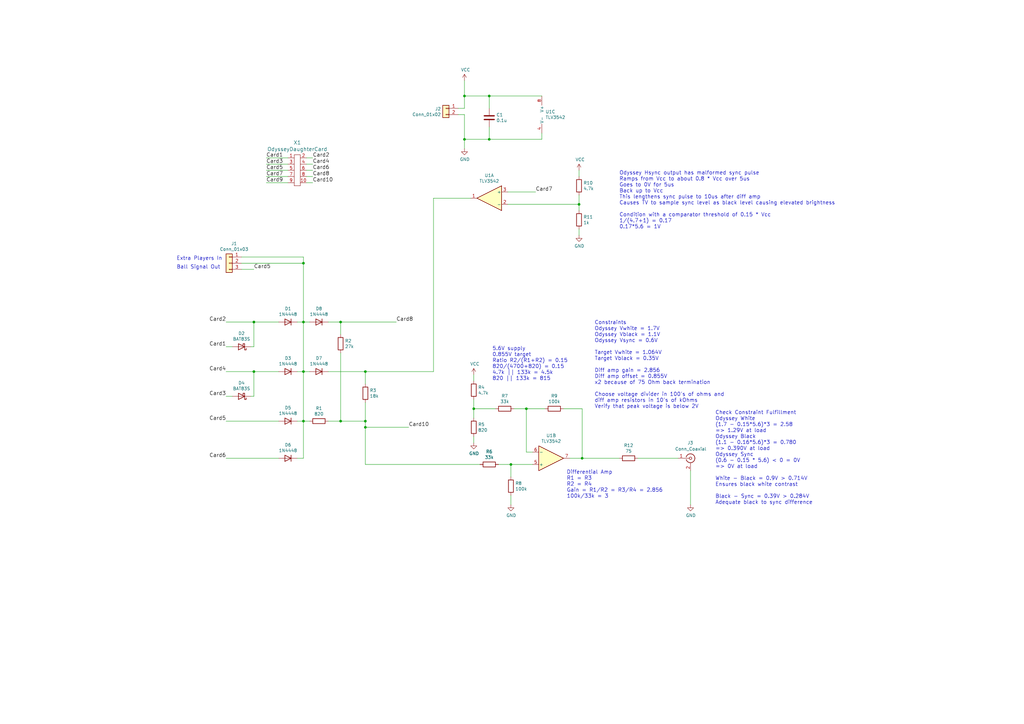
<source format=kicad_sch>
(kicad_sch (version 20211123) (generator eeschema)
  (paper "A3")
  (title_block (title "Odyssey Daughter Card Summer") (date "2019-02-06") (rev "1.1") (company "University of Pittsburgh - Odyssey Restoration Project") (comment 1 "Levi Burner") (comment 2 "Derived from the scan of the original service manual made by David Winter") (comment 3 "Includes conditioning circuit for connection to NTSC TV input"))
  (lib_symbols
    (symbol "Connector:Conn_Coaxial" (pin_names (offset 1.016) hide)
      (property "Reference" "J" (at 0.254 3.048 0))
      (property "Value" "Conn_Coaxial" (at 2.921 0 90))
      (symbol "Conn_Coaxial_0_1"
        (arc (start -1.778 -0.508) (mid 0.2311 -1.8066) (end 1.778 0) (stroke (width 0.254)))
        (polyline (pts (xy -2.54 0) (xy -0.508 0)))
        (polyline (pts (xy 0 -2.54) (xy 0 -1.778)))
        (circle (center 0 0) (radius 0.508) (stroke (width 0.2032)))
        (arc (start 1.778 0) (mid 0.2099 1.8101) (end -1.778 0.508) (stroke (width 0.254)))
      )
      (symbol "Conn_Coaxial_1_1"
        (pin passive line (at -5.08 0 0) (length 2.54) (name "In") (number "1"))
        (pin passive line (at 0 -5.08 90) (length 2.54) (name "Ext") (number "2"))
      )
    )
    (symbol "Connector_Generic:Conn_01x02" (pin_names (offset 1.016) hide)
      (property "Reference" "J" (at 0 2.54 0))
      (property "Value" "Conn_01x02" (at 0 -5.08 0))
      (symbol "Conn_01x02_1_1"
        (rectangle (start -1.27 -2.413) (end 0 -2.667) (stroke (width 0.1524)))
        (rectangle (start -1.27 0.127) (end 0 -0.127) (stroke (width 0.1524)))
        (rectangle (start -1.27 1.27) (end 1.27 -3.81) (stroke (width 0.254)) (fill (type background)))
        (pin passive line (at -5.08 0 0) (length 3.81) (name "Pin_1") (number "1"))
        (pin passive line (at -5.08 -2.54 0) (length 3.81) (name "Pin_2") (number "2"))
      )
    )
    (symbol "Connector_Generic:Conn_01x03" (pin_names (offset 1.016) hide)
      (property "Reference" "J" (at 0 5.08 0))
      (property "Value" "Conn_01x03" (at 0 -5.08 0))
      (symbol "Conn_01x03_1_1"
        (rectangle (start -1.27 -2.413) (end 0 -2.667) (stroke (width 0.1524)))
        (rectangle (start -1.27 0.127) (end 0 -0.127) (stroke (width 0.1524)))
        (rectangle (start -1.27 2.667) (end 0 2.413) (stroke (width 0.1524)))
        (rectangle (start -1.27 3.81) (end 1.27 -3.81) (stroke (width 0.254)) (fill (type background)))
        (pin passive line (at -5.08 2.54 0) (length 3.81) (name "Pin_1") (number "1"))
        (pin passive line (at -5.08 0 0) (length 3.81) (name "Pin_2") (number "2"))
        (pin passive line (at -5.08 -2.54 0) (length 3.81) (name "Pin_3") (number "3"))
      )
    )
    (symbol "Device:C" (pin_numbers hide) (pin_names (offset 0.254))
      (property "Reference" "C" (at 0.635 2.54 0))
      (property "Value" "C" (at 0.635 -2.54 0))
      (symbol "C_0_1"
        (polyline (pts (xy -2.032 -0.762) (xy 2.032 -0.762)) (stroke (width 0.508)))
        (polyline (pts (xy -2.032 0.762) (xy 2.032 0.762)) (stroke (width 0.508)))
      )
      (symbol "C_1_1"
        (pin passive line (at 0 3.81 270) (length 2.794) (name "~") (number "1"))
        (pin passive line (at 0 -3.81 90) (length 2.794) (name "~") (number "2"))
      )
    )
    (symbol "Device:D" (pin_numbers hide) (pin_names (offset 1.016) hide)
      (property "Reference" "D" (at 0 2.54 0))
      (property "Value" "D" (at 0 -2.54 0))
      (symbol "D_0_1"
        (polyline (pts (xy -1.27 1.27) (xy -1.27 -1.27)) (stroke (width 0.254)))
        (polyline (pts (xy 1.27 0) (xy -1.27 0)))
        (polyline (pts (xy 1.27 1.27) (xy 1.27 -1.27) (xy -1.27 0) (xy 1.27 1.27)) (stroke (width 0.254)))
      )
      (symbol "D_1_1"
        (pin passive line (at -3.81 0 0) (length 2.54) (name "K") (number "1"))
        (pin passive line (at 3.81 0 180) (length 2.54) (name "A") (number "2"))
      )
    )
    (symbol "Device:D_Schottky" (pin_numbers hide) (pin_names (offset 1.016) hide)
      (property "Reference" "D" (at 0 2.54 0))
      (property "Value" "D_Schottky" (at 0 -2.54 0))
      (symbol "D_Schottky_0_1"
        (polyline (pts (xy 1.27 0) (xy -1.27 0)))
        (polyline (pts (xy 1.27 1.27) (xy 1.27 -1.27) (xy -1.27 0) (xy 1.27 1.27)) (stroke (width 0.254)))
        (polyline (pts (xy -1.905 0.635) (xy -1.905 1.27) (xy -1.27 1.27) (xy -1.27 -1.27) (xy -0.635 -1.27) (xy -0.635 -0.635)) (stroke (width 0.254)))
      )
      (symbol "D_Schottky_1_1"
        (pin passive line (at -3.81 0 0) (length 2.54) (name "K") (number "1"))
        (pin passive line (at 3.81 0 180) (length 2.54) (name "A") (number "2"))
      )
    )
    (symbol "Device:R" (pin_numbers hide) (pin_names (offset 0))
      (property "Reference" "R" (at 2.032 0 90))
      (property "Value" "R" (at 0 0 90))
      (symbol "R_0_1"
        (rectangle (start -1.016 -2.54) (end 1.016 2.54) (stroke (width 0.254)))
      )
      (symbol "R_1_1"
        (pin passive line (at 0 3.81 270) (length 1.27) (name "~") (number "1"))
        (pin passive line (at 0 -3.81 90) (length 1.27) (name "~") (number "2"))
      )
    )
    (symbol "Odyssey_Daughter_Card:OdysseyDaughterCard" (pin_names (offset 1.016))
      (property "Reference" "X" (at 0 -7.62 0))
      (property "Value" "OdysseyDaughterCard" (at 0 8.89 0))
      (symbol "OdysseyDaughterCard_0_1"
        (rectangle (start -1.27 6.35) (end 1.27 -6.35))
      )
      (symbol "OdysseyDaughterCard_1_1"
        (pin bidirectional line (at -3.81 5.08 0) (length 2.54) (name "~") (number "1"))
        (pin bidirectional line (at 3.81 -5.08 180) (length 2.54) (name "~") (number "10"))
        (pin bidirectional line (at 3.81 5.08 180) (length 2.54) (name "~") (number "2"))
        (pin bidirectional line (at -3.81 2.54 0) (length 2.54) (name "~") (number "3"))
        (pin bidirectional line (at 3.81 2.54 180) (length 2.54) (name "~") (number "4"))
        (pin bidirectional line (at -3.81 0 0) (length 2.54) (name "~") (number "5"))
        (pin bidirectional line (at 3.81 0 180) (length 2.54) (name "~") (number "6"))
        (pin bidirectional line (at -3.81 -2.54 0) (length 2.54) (name "~") (number "7"))
        (pin bidirectional line (at 3.81 -2.54 180) (length 2.54) (name "~") (number "8"))
        (pin bidirectional line (at -3.81 -5.08 0) (length 2.54) (name "~") (number "9"))
      )
    )
    (symbol "TLV3542:TLV3542" (pin_names (offset 0.127))
      (property "Reference" "U" (at 5.08 2.54 0))
      (property "Value" "TLV3542" (at 5.08 -2.54 0))
      (symbol "TLV3542_1_1"
        (polyline (pts (xy 5.08 0) (xy -5.08 5.08) (xy -5.08 -5.08) (xy 5.08 0)) (stroke (width 0.254)) (fill (type background)))
        (pin output line (at 7.62 0 180) (length 2.54) (name "~") (number "1"))
        (pin input line (at -7.62 -2.54 0) (length 2.54) (name "-") (number "2"))
        (pin input line (at -7.62 2.54 0) (length 2.54) (name "+") (number "3"))
      )
      (symbol "TLV3542_2_1"
        (polyline (pts (xy 5.08 0) (xy -5.08 5.08) (xy -5.08 -5.08) (xy 5.08 0)) (stroke (width 0.254)) (fill (type background)))
        (pin input line (at -7.62 2.54 0) (length 2.54) (name "+") (number "5"))
        (pin input line (at -7.62 -2.54 0) (length 2.54) (name "-") (number "6"))
        (pin output line (at 7.62 0 180) (length 2.54) (name "~") (number "7"))
      )
      (symbol "TLV3542_3_1"
        (pin power_in line (at 0 -7.62 90) (length 3.81) (name "V-") (number "4"))
        (pin power_in line (at 0 7.62 270) (length 3.81) (name "V+") (number "8"))
      )
    )
    (symbol "power:GND" (power) (pin_names (offset 0))
      (property "Value" "GND" (at 0 -3.81 0))
      (symbol "GND_0_1"
        (polyline (pts (xy 0 0) (xy 0 -1.27) (xy 1.27 -1.27) (xy 0 -2.54) (xy -1.27 -1.27) (xy 0 -1.27)))
      )
      (symbol "GND_1_1"
        (pin power_in line (at 0 0 270) (length 0) hide (name "GND") (number "1"))
      )
    )
    (symbol "power:VCC" (power) (pin_names (offset 0))
      (property "Value" "VCC" (at 0 3.81 0))
      (symbol "VCC_0_1"
        (polyline (pts (xy -0.762 1.27) (xy 0 2.54)))
        (polyline (pts (xy 0 0) (xy 0 2.54)))
        (polyline (pts (xy 0 2.54) (xy 0.762 1.27)))
      )
      (symbol "VCC_1_1"
        (pin power_in line (at 0 0 90) (length 0) hide (name "VCC") (number "1"))
      )
    )
  )
  (junction (at 139.7 172.72))
  (junction (at 190.5 57.15))
  (junction (at 104.14 152.4))
  (junction (at 238.76 187.96))
  (junction (at 209.55 190.5))
  (junction (at 215.9 167.64))
  (junction (at 139.7 132.08))
  (junction (at 124.46 152.4))
  (junction (at 190.5 39.37))
  (junction (at 194.31 167.64))
  (junction (at 124.46 107.95))
  (junction (at 104.14 132.08))
  (junction (at 149.86 152.4))
  (junction (at 200.66 57.15))
  (junction (at 124.46 132.08))
  (junction (at 124.46 172.72))
  (junction (at 200.66 39.37))
  (junction (at 149.86 172.72))
  (junction (at 149.86 175.26))
  (junction (at 237.49 83.82))
  (wire (pts (xy 177.8 81.28) (xy 177.8 152.4)))
  (wire (pts (xy 139.7 132.08) (xy 139.7 137.16)))
  (wire (pts (xy 222.25 57.15) (xy 200.66 57.15)))
  (wire (pts (xy 99.06 107.95) (xy 124.46 107.95)))
  (wire (pts (xy 104.14 152.4) (xy 114.3 152.4)))
  (wire (pts (xy 237.49 93.98) (xy 237.49 96.52)))
  (wire (pts (xy 149.86 165.1) (xy 149.86 172.72)))
  (wire (pts (xy 134.62 152.4) (xy 149.86 152.4)))
  (wire (pts (xy 125.73 64.77) (xy 128.27 64.77)))
  (wire (pts (xy 95.25 162.56) (xy 92.71 162.56)))
  (wire (pts (xy 139.7 172.72) (xy 149.86 172.72)))
  (wire (pts (xy 194.31 179.07) (xy 194.31 181.61)))
  (wire (pts (xy 238.76 187.96) (xy 254 187.96)))
  (wire (pts (xy 124.46 172.72) (xy 124.46 152.4)))
  (wire (pts (xy 121.92 152.4) (xy 124.46 152.4)))
  (wire (pts (xy 125.73 67.31) (xy 128.27 67.31)))
  (wire (pts (xy 261.62 187.96) (xy 278.13 187.96)))
  (wire (pts (xy 209.55 190.5) (xy 209.55 195.58)))
  (wire (pts (xy 222.25 54.61) (xy 222.25 57.15)))
  (wire (pts (xy 104.14 162.56) (xy 104.14 152.4)))
  (wire (pts (xy 193.04 81.28) (xy 177.8 81.28)))
  (wire (pts (xy 238.76 167.64) (xy 238.76 187.96)))
  (wire (pts (xy 102.87 162.56) (xy 104.14 162.56)))
  (wire (pts (xy 102.87 142.24) (xy 104.14 142.24)))
  (wire (pts (xy 125.73 72.39) (xy 128.27 72.39)))
  (wire (pts (xy 210.82 167.64) (xy 215.9 167.64)))
  (wire (pts (xy 124.46 132.08) (xy 127 132.08)))
  (wire (pts (xy 124.46 105.41) (xy 124.46 107.95)))
  (wire (pts (xy 200.66 39.37) (xy 190.5 39.37)))
  (wire (pts (xy 231.14 167.64) (xy 238.76 167.64)))
  (wire (pts (xy 283.21 193.04) (xy 283.21 207.01)))
  (wire (pts (xy 215.9 185.42) (xy 215.9 167.64)))
  (wire (pts (xy 92.71 172.72) (xy 114.3 172.72)))
  (wire (pts (xy 149.86 152.4) (xy 177.8 152.4)))
  (wire (pts (xy 208.28 78.74) (xy 219.71 78.74)))
  (wire (pts (xy 149.86 152.4) (xy 149.86 157.48)))
  (wire (pts (xy 118.11 69.85) (xy 109.22 69.85)))
  (wire (pts (xy 190.5 57.15) (xy 190.5 60.96)))
  (wire (pts (xy 124.46 152.4) (xy 124.46 132.08)))
  (wire (pts (xy 124.46 187.96) (xy 124.46 172.72)))
  (wire (pts (xy 109.22 64.77) (xy 118.11 64.77)))
  (wire (pts (xy 167.64 175.26) (xy 149.86 175.26)))
  (wire (pts (xy 99.06 105.41) (xy 124.46 105.41)))
  (wire (pts (xy 196.85 190.5) (xy 149.86 190.5)))
  (wire (pts (xy 190.5 46.99) (xy 190.5 57.15)))
  (wire (pts (xy 104.14 132.08) (xy 114.3 132.08)))
  (wire (pts (xy 237.49 83.82) (xy 237.49 86.36)))
  (wire (pts (xy 190.5 33.02) (xy 190.5 39.37)))
  (wire (pts (xy 194.31 163.83) (xy 194.31 167.64)))
  (wire (pts (xy 218.44 185.42) (xy 215.9 185.42)))
  (wire (pts (xy 104.14 152.4) (xy 92.71 152.4)))
  (wire (pts (xy 190.5 57.15) (xy 200.66 57.15)))
  (wire (pts (xy 237.49 80.01) (xy 237.49 83.82)))
  (wire (pts (xy 194.31 167.64) (xy 194.31 171.45)))
  (wire (pts (xy 104.14 142.24) (xy 104.14 132.08)))
  (wire (pts (xy 121.92 132.08) (xy 124.46 132.08)))
  (wire (pts (xy 187.96 46.99) (xy 190.5 46.99)))
  (wire (pts (xy 125.73 74.93) (xy 128.27 74.93)))
  (wire (pts (xy 233.68 187.96) (xy 238.76 187.96)))
  (wire (pts (xy 104.14 132.08) (xy 92.71 132.08)))
  (wire (pts (xy 124.46 172.72) (xy 127 172.72)))
  (wire (pts (xy 200.66 39.37) (xy 200.66 44.45)))
  (wire (pts (xy 209.55 190.5) (xy 204.47 190.5)))
  (wire (pts (xy 95.25 142.24) (xy 92.71 142.24)))
  (wire (pts (xy 237.49 69.85) (xy 237.49 72.39)))
  (wire (pts (xy 209.55 203.2) (xy 209.55 207.01)))
  (wire (pts (xy 121.92 187.96) (xy 124.46 187.96)))
  (wire (pts (xy 124.46 152.4) (xy 127 152.4)))
  (wire (pts (xy 125.73 69.85) (xy 128.27 69.85)))
  (wire (pts (xy 194.31 153.67) (xy 194.31 156.21)))
  (wire (pts (xy 149.86 175.26) (xy 149.86 190.5)))
  (wire (pts (xy 190.5 39.37) (xy 190.5 44.45)))
  (wire (pts (xy 139.7 132.08) (xy 162.56 132.08)))
  (wire (pts (xy 118.11 74.93) (xy 109.22 74.93)))
  (wire (pts (xy 118.11 67.31) (xy 109.22 67.31)))
  (wire (pts (xy 99.06 110.49) (xy 104.14 110.49)))
  (wire (pts (xy 118.11 72.39) (xy 109.22 72.39)))
  (wire (pts (xy 92.71 187.96) (xy 114.3 187.96)))
  (wire (pts (xy 139.7 172.72) (xy 139.7 144.78)))
  (wire (pts (xy 149.86 172.72) (xy 149.86 175.26)))
  (wire (pts (xy 218.44 190.5) (xy 209.55 190.5)))
  (wire (pts (xy 215.9 167.64) (xy 223.52 167.64)))
  (wire (pts (xy 121.92 172.72) (xy 124.46 172.72)))
  (wire (pts (xy 124.46 107.95) (xy 124.46 132.08)))
  (wire (pts (xy 134.62 132.08) (xy 139.7 132.08)))
  (wire (pts (xy 190.5 44.45) (xy 187.96 44.45)))
  (wire (pts (xy 222.25 39.37) (xy 200.66 39.37)))
  (wire (pts (xy 134.62 172.72) (xy 139.7 172.72)))
  (wire (pts (xy 200.66 57.15) (xy 200.66 52.07)))
  (wire (pts (xy 208.28 83.82) (xy 237.49 83.82)))
  (wire (pts (xy 194.31 167.64) (xy 203.2 167.64)))
  (text "Odyssey Hsync output has malformed sync pulse\nRamps from Vcc to about 0.8 * Vcc over 5us\nGoes to 0V for 5us\nBack up to Vcc\nThis lengthens sync pulse to 10us after diff amp\nCauses TV to sample sync level as black level causing elevated brightness\n\nCondition with a comparator threshold of 0.15 * Vcc\n1/(4.7+1) = 0.17\n0.17*5.6 = 1V" (at 254 93.98 0) (effects (font (size 1.524 1.524)) (justify left bottom)))
  (text "Check Constraint Fulfillment\nOdyssey White\n(1.7 - 0.15*5.6)*3 = 2.58 \n=> 1.29V at load\nOdyssey Black\n(1.1 - 0.16*5.6)*3 = 0.780\n=> 0.390V at load\nOdyssey Sync\n(0.6 - 0.15 * 5.6) < 0 = 0V\n=> 0V at load\n\nWhite - Black = 0.9V > 0.714V\nEnsures black white contrast\n\nBlack - Sync = 0.39V > 0.284V\nAdequate black to sync difference" (at 293.37 207.01 0) (effects (font (size 1.524 1.524)) (justify left bottom)))
  (text "Differential Amp\nR1 = R3\nR2 = R4\nGain = R1/R2 = R3/R4 = 2.856\n100k/33k = 3" (at 232.41 204.47 0) (effects (font (size 1.524 1.524)) (justify left bottom)))
  (text "Constraints\nOdyssey Vwhite = 1.7V\nOdyssey Vblack = 1.1V\nOdyssey Vsync = 0.6V\n\nTarget Vwhite = 1.064V\nTarget Vblack = 0.35V\n\nDiff amp gain = 2.856\nDiff amp offset = 0.855V\nx2 because of 75 Ohm back termination\n\nChoose voltage divider in 100's of ohms and\ndiff amp resistors in 10's of kOhms\nVerify that peak voltage is below 2V" (at 243.84 167.64 0) (effects (font (size 1.524 1.524)) (justify left bottom)))
  (text "5.6V supply\n0.855V target\nRatio R2/(R1+R2) = 0.15\n820/(4700+820) = 0.15\n4.7k || 133k = 4.5k\n820 || 133k = 815" (at 201.93 156.21 0) (effects (font (size 1.524 1.524)) (justify left bottom)))
  (text "Extra Players In" (at 72.39 106.934 0) (effects (font (size 1.524 1.524)) (justify left bottom)))
  (text "Ball Signal Out" (at 72.39 110.49 0) (effects (font (size 1.524 1.524)) (justify left bottom)))
  (label "Card7" (at 219.71 78.74 0) (effects (font (size 1.524 1.524))))
  (label "Card7" (at 109.22 72.39 0) (effects (font (size 1.524 1.524))))
  (label "Card2" (at 128.27 64.77 0) (effects (font (size 1.524 1.524))))
  (label "Card3" (at 92.71 162.56 180) (effects (font (size 1.524 1.524))))
  (label "Card10" (at 167.64 175.26 0) (effects (font (size 1.524 1.524))))
  (label "Card6" (at 128.27 69.85 0) (effects (font (size 1.524 1.524))))
  (label "Card1" (at 92.71 142.24 180) (effects (font (size 1.524 1.524))))
  (label "Card3" (at 109.22 67.31 0) (effects (font (size 1.524 1.524))))
  (label "Card4" (at 128.27 67.31 0) (effects (font (size 1.524 1.524))))
  (label "Card5" (at 104.14 110.49 0) (effects (font (size 1.524 1.524))))
  (label "Card2" (at 92.71 132.08 180) (effects (font (size 1.524 1.524))))
  (label "Card5" (at 92.71 172.72 180) (effects (font (size 1.524 1.524))))
  (label "Card5" (at 109.22 69.85 0) (effects (font (size 1.524 1.524))))
  (label "Card1" (at 109.22 64.77 0) (effects (font (size 1.524 1.524))))
  (label "Card4" (at 92.71 152.4 180) (effects (font (size 1.524 1.524))))
  (label "Card10" (at 128.27 74.93 0) (effects (font (size 1.524 1.524))))
  (label "Card6" (at 92.71 187.96 180) (effects (font (size 1.524 1.524))))
  (label "Card8" (at 162.56 132.08 0) (effects (font (size 1.524 1.524))))
  (label "Card8" (at 128.27 72.39 0) (effects (font (size 1.524 1.524))))
  (label "Card9" (at 109.22 74.93 0) (effects (font (size 1.524 1.524))))
  (symbol (lib_id "Odyssey_Daughter_Card:OdysseyDaughterCard") (at 121.92 69.85 0) (unit 1)
    (property "Reference" "X1" (at 121.92 58.4962 0) (effects (font (size 1.524 1.524))))
    (property "Value" "OdysseyDaughterCard" (at 121.92 61.1886 0) (effects (font (size 1.524 1.524))))
    (property "Footprint" "Odyssey_Daughter_Card:Odyssey_Daughter_Card" (effects hide))
  )
  (symbol (lib_id "Device:D") (at 118.11 132.08 180) (unit 1)
    (property "Reference" "D1" (at 118.11 126.5936 0))
    (property "Value" "1N4448" (at 118.11 128.905 0))
    (property "Footprint" "Diode_THT:D_DO-35_SOD27_P7.62mm_Horizontal" (effects hide))
  )
  (symbol (lib_id "Device:R") (at 149.86 161.29 0) (unit 1)
    (property "Reference" "R3" (at 151.638 160.1216 0) (effects (justify left)))
    (property "Value" "18k" (at 151.638 162.433 0) (effects (justify left)))
    (property "Footprint" "Resistor_THT:R_Axial_DIN0207_L6.3mm_D2.5mm_P7.62mm_Horizontal" (effects hide))
  )
  (symbol (lib_id "Device:D_Schottky") (at 99.06 142.24 180) (unit 1)
    (property "Reference" "D2" (at 99.06 136.7536 0))
    (property "Value" "BAT83S" (at 99.06 139.065 0))
    (property "Footprint" "Diode_THT:D_DO-35_SOD27_P7.62mm_Horizontal" (effects hide))
  )
  (symbol (lib_id "Device:R") (at 139.7 140.97 0) (unit 1)
    (property "Reference" "R2" (at 141.478 139.8016 0) (effects (justify left)))
    (property "Value" "27k" (at 141.478 142.113 0) (effects (justify left)))
    (property "Footprint" "Resistor_THT:R_Axial_DIN0207_L6.3mm_D2.5mm_P7.62mm_Horizontal" (effects hide))
  )
  (symbol (lib_id "Device:D") (at 118.11 152.4 180) (unit 1)
    (property "Reference" "D3" (at 118.11 146.9136 0))
    (property "Value" "1N4448" (at 118.11 149.225 0))
    (property "Footprint" "Diode_THT:D_DO-35_SOD27_P7.62mm_Horizontal" (effects hide))
  )
  (symbol (lib_id "Device:D_Schottky") (at 99.06 162.56 180) (unit 1)
    (property "Reference" "D4" (at 99.06 157.0736 0))
    (property "Value" "BAT83S" (at 99.06 159.385 0))
    (property "Footprint" "Diode_THT:D_DO-35_SOD27_P7.62mm_Horizontal" (effects hide))
  )
  (symbol (lib_id "Device:D") (at 118.11 172.72 180) (unit 1)
    (property "Reference" "D5" (at 118.11 167.2336 0))
    (property "Value" "1N4448" (at 118.11 169.545 0))
    (property "Footprint" "Diode_THT:D_DO-35_SOD27_P7.62mm_Horizontal" (effects hide))
  )
  (symbol (lib_id "Device:D") (at 118.11 187.96 180) (unit 1)
    (property "Reference" "D6" (at 118.11 182.4736 0))
    (property "Value" "1N4448" (at 118.11 184.785 0))
    (property "Footprint" "Diode_THT:D_DO-35_SOD27_P7.62mm_Horizontal" (effects hide))
  )
  (symbol (lib_id "Device:D") (at 130.81 132.08 180) (unit 1)
    (property "Reference" "D8" (at 130.81 126.5936 0))
    (property "Value" "1N4448" (at 130.81 128.905 0))
    (property "Footprint" "Diode_THT:D_DO-35_SOD27_P7.62mm_Horizontal" (effects hide))
  )
  (symbol (lib_id "Device:D") (at 130.81 152.4 180) (unit 1)
    (property "Reference" "D7" (at 130.81 146.9136 0))
    (property "Value" "1N4448" (at 130.81 149.225 0))
    (property "Footprint" "Diode_THT:D_DO-35_SOD27_P7.62mm_Horizontal" (effects hide))
  )
  (symbol (lib_id "Device:R") (at 130.81 172.72 270) (unit 1)
    (property "Reference" "R1" (at 130.81 167.4622 90))
    (property "Value" "820" (at 130.81 169.7736 90))
    (property "Footprint" "Resistor_THT:R_Axial_DIN0207_L6.3mm_D2.5mm_P7.62mm_Horizontal" (effects hide))
  )
  (symbol (lib_id "TLV3542:TLV3542") (at 200.66 81.28 0) (mirror y) (unit 1)
    (property "Reference" "U1" (at 200.66 71.9582 0))
    (property "Value" "TLV3542" (at 200.66 74.2696 0))
    (property "Footprint" "Package_SO:SOIC-8_3.9x4.9mm_P1.27mm" (effects hide))
  )
  (symbol (lib_id "TLV3542:TLV3542") (at 226.06 187.96 0) (mirror x) (unit 2)
    (property "Reference" "U1" (at 226.06 178.6382 0))
    (property "Value" "TLV3542" (at 226.06 180.9496 0))
    (property "Footprint" "Package_SO:SOIC-8_3.9x4.9mm_P1.27mm" (effects hide))
  )
  (symbol (lib_id "TLV3542:TLV3542") (at 222.25 46.99 0) (unit 3)
    (property "Reference" "U1" (at 223.7232 45.8216 0) (effects (justify left)))
    (property "Value" "TLV3542" (at 223.7232 48.133 0) (effects (justify left)))
    (property "Footprint" "Package_SO:SOIC-8_3.9x4.9mm_P1.27mm" (effects hide))
  )
  (symbol (lib_id "Device:R") (at 257.81 187.96 270) (unit 1)
    (property "Reference" "R12" (at 257.81 182.7022 90))
    (property "Value" "75" (at 257.81 185.0136 90))
    (property "Footprint" "Resistor_THT:R_Axial_DIN0207_L6.3mm_D2.5mm_P7.62mm_Horizontal" (effects hide))
  )
  (symbol (lib_id "Device:R") (at 237.49 76.2 0) (unit 1)
    (property "Reference" "R10" (at 239.268 75.0316 0) (effects (justify left)))
    (property "Value" "4.7k" (at 239.268 77.343 0) (effects (justify left)))
    (property "Footprint" "Resistor_THT:R_Axial_DIN0207_L6.3mm_D2.5mm_P7.62mm_Horizontal" (effects hide))
  )
  (symbol (lib_id "Device:R") (at 237.49 90.17 0) (unit 1)
    (property "Reference" "R11" (at 239.268 89.0016 0) (effects (justify left)))
    (property "Value" "1k" (at 239.268 91.313 0) (effects (justify left)))
    (property "Footprint" "Resistor_THT:R_Axial_DIN0207_L6.3mm_D2.5mm_P7.62mm_Horizontal" (effects hide))
  )
  (symbol (lib_id "Device:C") (at 200.66 48.26 0) (mirror y) (unit 1)
    (property "Reference" "C1" (at 203.581 47.0916 0) (effects (justify right)))
    (property "Value" "0.1u" (at 203.581 49.403 0) (effects (justify right)))
    (property "Footprint" "Capacitor_THT:C_Disc_D3.8mm_W2.6mm_P2.50mm" (effects hide))
  )
  (symbol (lib_id "Connector_Generic:Conn_01x02") (at 182.88 44.45 0) (mirror y) (unit 1)
    (property "Reference" "J2" (at 180.848 44.6532 0) (effects (justify left)))
    (property "Value" "Conn_01x02" (at 180.848 46.9646 0) (effects (justify left)))
    (property "Footprint" "Connector_PinHeader_2.54mm:PinHeader_1x02_P2.54mm_Vertical" (effects hide))
  )
  (symbol (lib_id "Device:R") (at 200.66 190.5 270) (unit 1)
    (property "Reference" "R6" (at 200.66 185.2422 90))
    (property "Value" "33k" (at 200.66 187.5536 90))
    (property "Footprint" "Resistor_THT:R_Axial_DIN0207_L6.3mm_D2.5mm_P7.62mm_Horizontal" (effects hide))
  )
  (symbol (lib_id "Device:R") (at 209.55 199.39 180) (unit 1)
    (property "Reference" "R8" (at 211.328 198.2216 0) (effects (justify right)))
    (property "Value" "100k" (at 211.328 200.533 0) (effects (justify right)))
    (property "Footprint" "Resistor_THT:R_Axial_DIN0207_L6.3mm_D2.5mm_P7.62mm_Horizontal" (effects hide))
  )
  (symbol (lib_id "power:GND") (at 209.55 207.01 0) (unit 1)
    (property "Reference" "#PWR03" (effects hide))
    (property "Value" "GND" (at 209.677 211.4042 0))
  )
  (symbol (lib_id "Device:R") (at 207.01 167.64 270) (unit 1)
    (property "Reference" "R7" (at 207.01 162.3822 90))
    (property "Value" "33k" (at 207.01 164.6936 90))
    (property "Footprint" "Resistor_THT:R_Axial_DIN0207_L6.3mm_D2.5mm_P7.62mm_Horizontal" (effects hide))
  )
  (symbol (lib_id "Device:R") (at 194.31 160.02 180) (unit 1)
    (property "Reference" "R4" (at 196.088 158.8516 0) (effects (justify right)))
    (property "Value" "4.7k" (at 196.088 161.163 0) (effects (justify right)))
    (property "Footprint" "Resistor_THT:R_Axial_DIN0207_L6.3mm_D2.5mm_P7.62mm_Horizontal" (effects hide))
  )
  (symbol (lib_id "Device:R") (at 194.31 175.26 180) (unit 1)
    (property "Reference" "R5" (at 196.088 174.0916 0) (effects (justify right)))
    (property "Value" "820" (at 196.088 176.403 0) (effects (justify right)))
    (property "Footprint" "Resistor_THT:R_Axial_DIN0207_L6.3mm_D2.5mm_P7.62mm_Horizontal" (effects hide))
  )
  (symbol (lib_id "Device:R") (at 227.33 167.64 270) (unit 1)
    (property "Reference" "R9" (at 227.33 162.3822 90))
    (property "Value" "100k" (at 227.33 164.6936 90))
    (property "Footprint" "Resistor_THT:R_Axial_DIN0207_L6.3mm_D2.5mm_P7.62mm_Horizontal" (effects hide))
  )
  (symbol (lib_id "power:GND") (at 194.31 181.61 0) (unit 1)
    (property "Reference" "#PWR02" (effects hide))
    (property "Value" "GND" (at 194.437 186.0042 0))
  )
  (symbol (lib_id "power:VCC") (at 194.31 153.67 0) (unit 1)
    (property "Reference" "#PWR01" (effects hide))
    (property "Value" "VCC" (at 194.7418 149.2758 0))
  )
  (symbol (lib_id "Connector:Conn_Coaxial") (at 283.21 187.96 0) (unit 1)
    (property "Reference" "J3" (at 281.94 181.61 0) (effects (justify left)))
    (property "Value" "Conn_Coaxial" (at 276.86 184.15 0) (effects (justify left)))
    (property "Footprint" "Connector_PinHeader_2.54mm:PinHeader_1x02_P2.54mm_Vertical" (effects hide))
    (property "Datasheet" " ~" (effects hide))
  )
  (symbol (lib_id "power:GND") (at 283.21 207.01 0) (unit 1)
    (property "Reference" "#PWR06" (effects hide))
    (property "Value" "GND" (at 283.337 211.4042 0))
  )
  (symbol (lib_id "power:GND") (at 237.49 96.52 0) (unit 1)
    (property "Reference" "#PWR05" (effects hide))
    (property "Value" "GND" (at 237.617 100.9142 0))
  )
  (symbol (lib_id "power:VCC") (at 237.49 69.85 0) (unit 1)
    (property "Reference" "#PWR04" (effects hide))
    (property "Value" "VCC" (at 237.9218 65.4558 0))
  )
  (symbol (lib_id "power:GND") (at 190.5 60.96 0) (unit 1)
    (property "Reference" "#PWR0101" (effects hide))
    (property "Value" "GND" (at 190.627 65.3542 0))
  )
  (symbol (lib_id "power:VCC") (at 190.5 33.02 0) (unit 1)
    (property "Reference" "#PWR0102" (effects hide))
    (property "Value" "VCC" (at 190.9318 28.6258 0))
  )
  (symbol (lib_id "Connector_Generic:Conn_01x03") (at 93.98 107.95 0) (mirror y) (unit 1)
    (property "Reference" "J1" (at 96.012 99.8982 0))
    (property "Value" "Conn_01x03" (at 96.012 102.2096 0))
    (property "Footprint" "Connector_PinHeader_2.54mm:PinHeader_1x03_P2.54mm_Vertical" (effects hide))
  )
)
</source>
